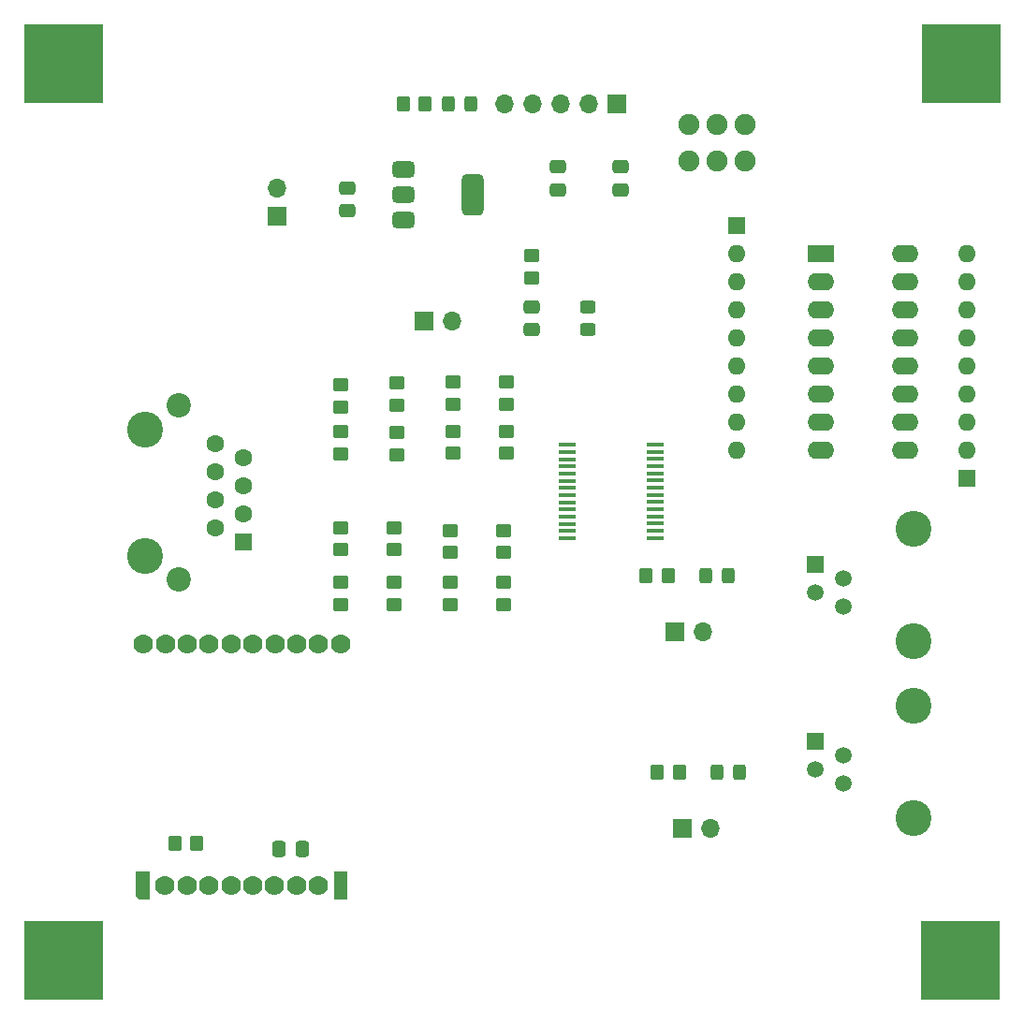
<source format=gbr>
%TF.GenerationSoftware,KiCad,Pcbnew,8.0.1*%
%TF.CreationDate,2024-03-27T11:30:44-06:00*%
%TF.ProjectId,ATV_Project_MasterBoard,4154565f-5072-46f6-9a65-63745f4d6173,rev?*%
%TF.SameCoordinates,Original*%
%TF.FileFunction,Soldermask,Top*%
%TF.FilePolarity,Negative*%
%FSLAX46Y46*%
G04 Gerber Fmt 4.6, Leading zero omitted, Abs format (unit mm)*
G04 Created by KiCad (PCBNEW 8.0.1) date 2024-03-27 11:30:44*
%MOMM*%
%LPD*%
G01*
G04 APERTURE LIST*
G04 Aperture macros list*
%AMRoundRect*
0 Rectangle with rounded corners*
0 $1 Rounding radius*
0 $2 $3 $4 $5 $6 $7 $8 $9 X,Y pos of 4 corners*
0 Add a 4 corners polygon primitive as box body*
4,1,4,$2,$3,$4,$5,$6,$7,$8,$9,$2,$3,0*
0 Add four circle primitives for the rounded corners*
1,1,$1+$1,$2,$3*
1,1,$1+$1,$4,$5*
1,1,$1+$1,$6,$7*
1,1,$1+$1,$8,$9*
0 Add four rect primitives between the rounded corners*
20,1,$1+$1,$2,$3,$4,$5,0*
20,1,$1+$1,$4,$5,$6,$7,0*
20,1,$1+$1,$6,$7,$8,$9,0*
20,1,$1+$1,$8,$9,$2,$3,0*%
%AMOutline5P*
0 Free polygon, 5 corners , with rotation*
0 The origin of the aperture is its center*
0 number of corners: always 5*
0 $1 to $10 corner X, Y*
0 $11 Rotation angle, in degrees counterclockwise*
0 create outline with 5 corners*
4,1,5,$1,$2,$3,$4,$5,$6,$7,$8,$9,$10,$1,$2,$11*%
%AMOutline6P*
0 Free polygon, 6 corners , with rotation*
0 The origin of the aperture is its center*
0 number of corners: always 6*
0 $1 to $12 corner X, Y*
0 $13 Rotation angle, in degrees counterclockwise*
0 create outline with 6 corners*
4,1,6,$1,$2,$3,$4,$5,$6,$7,$8,$9,$10,$11,$12,$1,$2,$13*%
%AMOutline7P*
0 Free polygon, 7 corners , with rotation*
0 The origin of the aperture is its center*
0 number of corners: always 7*
0 $1 to $14 corner X, Y*
0 $15 Rotation angle, in degrees counterclockwise*
0 create outline with 7 corners*
4,1,7,$1,$2,$3,$4,$5,$6,$7,$8,$9,$10,$11,$12,$13,$14,$1,$2,$15*%
%AMOutline8P*
0 Free polygon, 8 corners , with rotation*
0 The origin of the aperture is its center*
0 number of corners: always 8*
0 $1 to $16 corner X, Y*
0 $17 Rotation angle, in degrees counterclockwise*
0 create outline with 8 corners*
4,1,8,$1,$2,$3,$4,$5,$6,$7,$8,$9,$10,$11,$12,$13,$14,$15,$16,$1,$2,$17*%
G04 Aperture macros list end*
%ADD10C,2.200000*%
%ADD11C,1.600000*%
%ADD12RoundRect,0.248000X-0.552000X0.552000X-0.552000X-0.552000X0.552000X-0.552000X0.552000X0.552000X0*%
%ADD13C,3.250000*%
%ADD14R,7.112000X7.112000*%
%ADD15R,1.520000X1.520000*%
%ADD16C,1.520000*%
%ADD17Outline5P,-1.270000X0.381000X-1.016000X0.635000X1.270000X0.635000X1.270000X-0.635000X-1.270000X-0.635000X90.000000*%
%ADD18C,1.778000*%
%ADD19R,1.270000X2.540000*%
%ADD20C,1.905000*%
%ADD21R,2.400000X1.600000*%
%ADD22O,2.400000X1.600000*%
%ADD23R,1.700000X1.700000*%
%ADD24O,1.700000X1.700000*%
%ADD25RoundRect,0.375000X-0.625000X-0.375000X0.625000X-0.375000X0.625000X0.375000X-0.625000X0.375000X0*%
%ADD26RoundRect,0.500000X-0.500000X-1.400000X0.500000X-1.400000X0.500000X1.400000X-0.500000X1.400000X0*%
%ADD27R,1.500000X0.380000*%
%ADD28R,1.600000X1.600000*%
%ADD29O,1.600000X1.600000*%
%ADD30RoundRect,0.250000X-0.450000X0.350000X-0.450000X-0.350000X0.450000X-0.350000X0.450000X0.350000X0*%
%ADD31RoundRect,0.250000X0.450000X-0.350000X0.450000X0.350000X-0.450000X0.350000X-0.450000X-0.350000X0*%
%ADD32RoundRect,0.250000X0.350000X0.450000X-0.350000X0.450000X-0.350000X-0.450000X0.350000X-0.450000X0*%
%ADD33RoundRect,0.250000X-0.350000X-0.450000X0.350000X-0.450000X0.350000X0.450000X-0.350000X0.450000X0*%
%ADD34RoundRect,0.250000X-0.325000X-0.450000X0.325000X-0.450000X0.325000X0.450000X-0.325000X0.450000X0*%
%ADD35RoundRect,0.250000X0.450000X-0.325000X0.450000X0.325000X-0.450000X0.325000X-0.450000X-0.325000X0*%
%ADD36RoundRect,0.250000X-0.337500X-0.475000X0.337500X-0.475000X0.337500X0.475000X-0.337500X0.475000X0*%
%ADD37RoundRect,0.250000X0.475000X-0.337500X0.475000X0.337500X-0.475000X0.337500X-0.475000X-0.337500X0*%
%ADD38RoundRect,0.250000X-0.475000X0.337500X-0.475000X-0.337500X0.475000X-0.337500X0.475000X0.337500X0*%
G04 APERTURE END LIST*
D10*
%TO.C,J2*%
X135460200Y-88747000D03*
X135460200Y-104547000D03*
D11*
X138760200Y-92202000D03*
X141300200Y-93472000D03*
X138760200Y-94742000D03*
X141300200Y-96012000D03*
X138760200Y-97282000D03*
X141300200Y-98552000D03*
X138760200Y-99822000D03*
D12*
X141300200Y-101092000D03*
D13*
X132410200Y-90932000D03*
X132410200Y-102362000D03*
%TD*%
D14*
%TO.C,REF\u002A\u002A*%
X125044200Y-138938000D03*
%TD*%
%TO.C,REF\u002A\u002A*%
X125044200Y-57859200D03*
%TD*%
D13*
%TO.C,J3*%
X201930000Y-126111000D03*
X201930000Y-115951000D03*
D15*
X193040000Y-119121000D03*
D16*
X195580000Y-120391000D03*
X193040000Y-121661000D03*
X195580000Y-122931000D03*
%TD*%
D14*
%TO.C,REF\u002A\u002A*%
X206146400Y-138963400D03*
%TD*%
%TO.C,REF\u002A\u002A*%
X206197200Y-57886600D03*
%TD*%
D17*
%TO.C,U3*%
X132232200Y-132207000D03*
D18*
X134213400Y-132207000D03*
X136194600Y-132207000D03*
X138175800Y-132207000D03*
X140157000Y-132207000D03*
X142138200Y-132207000D03*
X144119400Y-132207000D03*
X146100600Y-132207000D03*
X148081800Y-132207000D03*
D19*
X150063000Y-132207000D03*
D18*
X150088400Y-110363000D03*
X148107200Y-110363000D03*
X146126000Y-110363000D03*
X144144800Y-110363000D03*
X142163600Y-110363000D03*
X140182400Y-110363000D03*
X138201200Y-110363000D03*
X136220000Y-110363000D03*
X134238800Y-110363000D03*
X132257600Y-110363000D03*
%TD*%
D20*
%TO.C,SW2*%
X186702500Y-63347600D03*
X184111700Y-63347600D03*
X181622500Y-63347600D03*
X181622500Y-66675000D03*
X184111700Y-66675000D03*
X186702500Y-66675000D03*
%TD*%
D21*
%TO.C,SW1*%
X193560500Y-75057000D03*
D22*
X193560500Y-77597000D03*
X193560500Y-80137000D03*
X193560500Y-82677000D03*
X193560500Y-85217000D03*
X193560500Y-87757000D03*
X193560500Y-90297000D03*
X193560500Y-92837000D03*
X201180500Y-92837000D03*
X201180500Y-90297000D03*
X201180500Y-87757000D03*
X201180500Y-85217000D03*
X201180500Y-82677000D03*
X201180500Y-80137000D03*
X201180500Y-77597000D03*
X201180500Y-75057000D03*
%TD*%
D23*
%TO.C,J5*%
X144309500Y-71628000D03*
D24*
X144309500Y-69088000D03*
%TD*%
D25*
%TO.C,U2*%
X155764500Y-67423000D03*
X155764500Y-69723000D03*
D26*
X162064500Y-69723000D03*
D25*
X155764500Y-72023000D03*
%TD*%
D27*
%TO.C,U1*%
X178574500Y-92321000D03*
X178574500Y-92971000D03*
X178574500Y-93621000D03*
X178574500Y-94271000D03*
X178574500Y-94921000D03*
X178574500Y-95571000D03*
X178574500Y-96221000D03*
X178574500Y-96871000D03*
X178574500Y-97521000D03*
X178574500Y-98171000D03*
X178574500Y-98821000D03*
X178574500Y-99471000D03*
X178574500Y-100121000D03*
X178574500Y-100771000D03*
X170605700Y-100780800D03*
X170605700Y-100130800D03*
X170605700Y-99480800D03*
X170605700Y-98830800D03*
X170605700Y-98180800D03*
X170605700Y-97530800D03*
X170605700Y-96880800D03*
X170605700Y-96230800D03*
X170605700Y-95580800D03*
X170605700Y-94930800D03*
X170605700Y-94280800D03*
X170605700Y-93630800D03*
X170605700Y-92980800D03*
X170605700Y-92330800D03*
%TD*%
D28*
%TO.C,RN2*%
X206768500Y-95377000D03*
D29*
X206768500Y-92837000D03*
X206768500Y-90297000D03*
X206768500Y-87757000D03*
X206768500Y-85217000D03*
X206768500Y-82677000D03*
X206768500Y-80137000D03*
X206768500Y-77597000D03*
X206768500Y-75057000D03*
%TD*%
%TO.C,RN1*%
X185940500Y-92837000D03*
X185940500Y-90297000D03*
X185940500Y-87757000D03*
X185940500Y-85217000D03*
X185940500Y-82677000D03*
X185940500Y-80137000D03*
X185940500Y-77597000D03*
X185940500Y-75057000D03*
D28*
X185940500Y-72517000D03*
%TD*%
D30*
%TO.C,R21*%
X150138000Y-101822000D03*
X150138000Y-99822000D03*
%TD*%
%TO.C,R20*%
X154964000Y-101838000D03*
X154964000Y-99838000D03*
%TD*%
%TO.C,R19*%
X160021000Y-100092000D03*
X160021000Y-102092000D03*
%TD*%
%TO.C,R18*%
X164847000Y-100076000D03*
X164847000Y-102076000D03*
%TD*%
D31*
%TO.C,R17*%
X165112500Y-91091000D03*
X165112500Y-93091000D03*
%TD*%
%TO.C,R16*%
X160286500Y-91091000D03*
X160286500Y-93091000D03*
%TD*%
%TO.C,R15*%
X155183500Y-93233000D03*
X155183500Y-91233000D03*
%TD*%
%TO.C,R14*%
X150103500Y-93124750D03*
X150103500Y-91124750D03*
%TD*%
D30*
%TO.C,R13*%
X150115000Y-86917750D03*
X150115000Y-88917750D03*
%TD*%
%TO.C,R12*%
X155195000Y-86756000D03*
X155195000Y-88756000D03*
%TD*%
%TO.C,R11*%
X160275000Y-86646000D03*
X160275000Y-88646000D03*
%TD*%
%TO.C,R10*%
X165101000Y-86646000D03*
X165101000Y-88646000D03*
%TD*%
D31*
%TO.C,R9*%
X164858500Y-104791000D03*
X164858500Y-106791000D03*
%TD*%
%TO.C,R8*%
X160032500Y-104791000D03*
X160032500Y-106791000D03*
%TD*%
%TO.C,R7*%
X154952500Y-104775000D03*
X154952500Y-106775000D03*
%TD*%
D32*
%TO.C,R6*%
X157739500Y-61468000D03*
X155739500Y-61468000D03*
%TD*%
D31*
%TO.C,R5*%
X150126500Y-104759000D03*
X150126500Y-106759000D03*
%TD*%
D33*
%TO.C,R4*%
X137093000Y-128397000D03*
X135093000Y-128397000D03*
%TD*%
D30*
%TO.C,R3*%
X167398500Y-75209000D03*
X167398500Y-77209000D03*
%TD*%
D32*
%TO.C,R2*%
X179705000Y-104140000D03*
X177705000Y-104140000D03*
%TD*%
%TO.C,R1*%
X180730000Y-121920000D03*
X178730000Y-121920000D03*
%TD*%
D23*
%TO.C,JP4*%
X180340000Y-109220000D03*
D24*
X182880000Y-109220000D03*
%TD*%
D23*
%TO.C,JP2*%
X180975000Y-127000000D03*
D24*
X183515000Y-127000000D03*
%TD*%
D23*
%TO.C,JP1*%
X157639500Y-81153000D03*
D24*
X160179500Y-81153000D03*
%TD*%
D13*
%TO.C,J4*%
X201930000Y-110109000D03*
X201930000Y-99949000D03*
D15*
X193040000Y-103119000D03*
D16*
X195580000Y-104389000D03*
X193040000Y-105659000D03*
X195580000Y-106929000D03*
%TD*%
D23*
%TO.C,J1*%
X175116500Y-61497000D03*
D24*
X172576500Y-61497000D03*
X170036500Y-61497000D03*
X167496500Y-61497000D03*
X164956500Y-61497000D03*
%TD*%
D34*
%TO.C,D6*%
X159794500Y-61468000D03*
X161844500Y-61468000D03*
%TD*%
D35*
%TO.C,D3*%
X172478500Y-81924000D03*
X172478500Y-79874000D03*
%TD*%
D34*
%TO.C,D2*%
X183125000Y-104140000D03*
X185175000Y-104140000D03*
%TD*%
%TO.C,D1*%
X184150000Y-121920000D03*
X186200000Y-121920000D03*
%TD*%
D36*
%TO.C,C5*%
X146592000Y-128905000D03*
X144517000Y-128905000D03*
%TD*%
D37*
%TO.C,C4*%
X175424500Y-69258000D03*
X175424500Y-67183000D03*
%TD*%
%TO.C,C3*%
X169709500Y-69258000D03*
X169709500Y-67183000D03*
%TD*%
%TO.C,C2*%
X150659500Y-71163000D03*
X150659500Y-69088000D03*
%TD*%
D38*
%TO.C,C1*%
X167398500Y-79849000D03*
X167398500Y-81924000D03*
%TD*%
M02*

</source>
